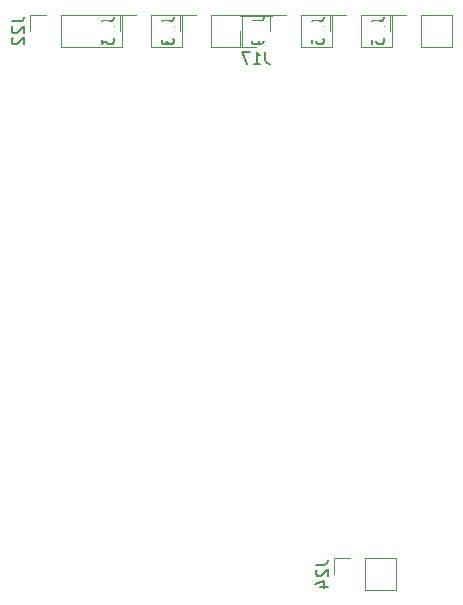
<source format=gbo>
G04 #@! TF.GenerationSoftware,KiCad,Pcbnew,5.1.10*
G04 #@! TF.CreationDate,2021-05-19T15:42:40-05:00*
G04 #@! TF.ProjectId,Power Board,506f7765-7220-4426-9f61-72642e6b6963,rev?*
G04 #@! TF.SameCoordinates,Original*
G04 #@! TF.FileFunction,Legend,Bot*
G04 #@! TF.FilePolarity,Positive*
%FSLAX46Y46*%
G04 Gerber Fmt 4.6, Leading zero omitted, Abs format (unit mm)*
G04 Created by KiCad (PCBNEW 5.1.10) date 2021-05-19 15:42:40*
%MOMM*%
%LPD*%
G01*
G04 APERTURE LIST*
%ADD10C,0.120000*%
%ADD11C,0.150000*%
%ADD12O,4.000000X3.200000*%
%ADD13O,5.000000X3.200000*%
%ADD14O,1.700000X1.700000*%
%ADD15R,1.700000X1.700000*%
G04 APERTURE END LIST*
D10*
X49170000Y-124670000D02*
X49170000Y-126000000D01*
X50500000Y-124670000D02*
X49170000Y-124670000D01*
X51770000Y-124670000D02*
X51770000Y-127330000D01*
X51770000Y-127330000D02*
X56910000Y-127330000D01*
X51770000Y-124670000D02*
X56910000Y-124670000D01*
X56910000Y-124670000D02*
X56910000Y-127330000D01*
X61870000Y-124670000D02*
X61870000Y-126000000D01*
X63200000Y-124670000D02*
X61870000Y-124670000D01*
X64470000Y-124670000D02*
X64470000Y-127330000D01*
X64470000Y-127330000D02*
X67070000Y-127330000D01*
X64470000Y-124670000D02*
X67070000Y-124670000D01*
X67070000Y-124670000D02*
X67070000Y-127330000D01*
X69490000Y-124670000D02*
X69490000Y-126000000D01*
X70820000Y-124670000D02*
X69490000Y-124670000D01*
X72090000Y-124670000D02*
X72090000Y-127330000D01*
X72090000Y-127330000D02*
X74690000Y-127330000D01*
X72090000Y-124670000D02*
X74690000Y-124670000D01*
X74690000Y-124670000D02*
X74690000Y-127330000D01*
X79650000Y-124670000D02*
X79650000Y-126000000D01*
X80980000Y-124670000D02*
X79650000Y-124670000D01*
X82250000Y-124670000D02*
X82250000Y-127330000D01*
X82250000Y-127330000D02*
X84850000Y-127330000D01*
X82250000Y-124670000D02*
X84850000Y-124670000D01*
X84850000Y-124670000D02*
X84850000Y-127330000D01*
X74570000Y-124670000D02*
X74570000Y-126000000D01*
X75900000Y-124670000D02*
X74570000Y-124670000D01*
X77170000Y-124670000D02*
X77170000Y-127330000D01*
X77170000Y-127330000D02*
X79770000Y-127330000D01*
X77170000Y-124670000D02*
X79770000Y-124670000D01*
X79770000Y-124670000D02*
X79770000Y-127330000D01*
X66950000Y-127330000D02*
X68280000Y-127330000D01*
X66950000Y-126000000D02*
X66950000Y-127330000D01*
X66950000Y-124730000D02*
X69610000Y-124730000D01*
X69610000Y-124730000D02*
X69610000Y-124670000D01*
X66950000Y-124730000D02*
X66950000Y-124670000D01*
X66950000Y-124670000D02*
X69610000Y-124670000D01*
X56790000Y-124670000D02*
X56790000Y-126000000D01*
X58120000Y-124670000D02*
X56790000Y-124670000D01*
X59390000Y-124670000D02*
X59390000Y-127330000D01*
X59390000Y-127330000D02*
X61990000Y-127330000D01*
X59390000Y-124670000D02*
X61990000Y-124670000D01*
X61990000Y-124670000D02*
X61990000Y-127330000D01*
X74920000Y-170670000D02*
X74920000Y-172000000D01*
X76250000Y-170670000D02*
X74920000Y-170670000D01*
X77520000Y-170670000D02*
X77520000Y-173330000D01*
X77520000Y-173330000D02*
X80120000Y-173330000D01*
X77520000Y-170670000D02*
X80120000Y-170670000D01*
X80120000Y-170670000D02*
X80120000Y-173330000D01*
D11*
X47622380Y-125190476D02*
X48336666Y-125190476D01*
X48479523Y-125142857D01*
X48574761Y-125047619D01*
X48622380Y-124904761D01*
X48622380Y-124809523D01*
X47717619Y-125619047D02*
X47670000Y-125666666D01*
X47622380Y-125761904D01*
X47622380Y-126000000D01*
X47670000Y-126095238D01*
X47717619Y-126142857D01*
X47812857Y-126190476D01*
X47908095Y-126190476D01*
X48050952Y-126142857D01*
X48622380Y-125571428D01*
X48622380Y-126190476D01*
X47717619Y-126571428D02*
X47670000Y-126619047D01*
X47622380Y-126714285D01*
X47622380Y-126952380D01*
X47670000Y-127047619D01*
X47717619Y-127095238D01*
X47812857Y-127142857D01*
X47908095Y-127142857D01*
X48050952Y-127095238D01*
X48622380Y-126523809D01*
X48622380Y-127142857D01*
X60322380Y-125190476D02*
X61036666Y-125190476D01*
X61179523Y-125142857D01*
X61274761Y-125047619D01*
X61322380Y-124904761D01*
X61322380Y-124809523D01*
X61322380Y-126190476D02*
X61322380Y-125619047D01*
X61322380Y-125904761D02*
X60322380Y-125904761D01*
X60465238Y-125809523D01*
X60560476Y-125714285D01*
X60608095Y-125619047D01*
X60750952Y-126761904D02*
X60703333Y-126666666D01*
X60655714Y-126619047D01*
X60560476Y-126571428D01*
X60512857Y-126571428D01*
X60417619Y-126619047D01*
X60370000Y-126666666D01*
X60322380Y-126761904D01*
X60322380Y-126952380D01*
X60370000Y-127047619D01*
X60417619Y-127095238D01*
X60512857Y-127142857D01*
X60560476Y-127142857D01*
X60655714Y-127095238D01*
X60703333Y-127047619D01*
X60750952Y-126952380D01*
X60750952Y-126761904D01*
X60798571Y-126666666D01*
X60846190Y-126619047D01*
X60941428Y-126571428D01*
X61131904Y-126571428D01*
X61227142Y-126619047D01*
X61274761Y-126666666D01*
X61322380Y-126761904D01*
X61322380Y-126952380D01*
X61274761Y-127047619D01*
X61227142Y-127095238D01*
X61131904Y-127142857D01*
X60941428Y-127142857D01*
X60846190Y-127095238D01*
X60798571Y-127047619D01*
X60750952Y-126952380D01*
X67942380Y-125190476D02*
X68656666Y-125190476D01*
X68799523Y-125142857D01*
X68894761Y-125047619D01*
X68942380Y-124904761D01*
X68942380Y-124809523D01*
X68942380Y-126190476D02*
X68942380Y-125619047D01*
X68942380Y-125904761D02*
X67942380Y-125904761D01*
X68085238Y-125809523D01*
X68180476Y-125714285D01*
X68228095Y-125619047D01*
X68942380Y-126666666D02*
X68942380Y-126857142D01*
X68894761Y-126952380D01*
X68847142Y-127000000D01*
X68704285Y-127095238D01*
X68513809Y-127142857D01*
X68132857Y-127142857D01*
X68037619Y-127095238D01*
X67990000Y-127047619D01*
X67942380Y-126952380D01*
X67942380Y-126761904D01*
X67990000Y-126666666D01*
X68037619Y-126619047D01*
X68132857Y-126571428D01*
X68370952Y-126571428D01*
X68466190Y-126619047D01*
X68513809Y-126666666D01*
X68561428Y-126761904D01*
X68561428Y-126952380D01*
X68513809Y-127047619D01*
X68466190Y-127095238D01*
X68370952Y-127142857D01*
X78102380Y-125190476D02*
X78816666Y-125190476D01*
X78959523Y-125142857D01*
X79054761Y-125047619D01*
X79102380Y-124904761D01*
X79102380Y-124809523D01*
X78197619Y-125619047D02*
X78150000Y-125666666D01*
X78102380Y-125761904D01*
X78102380Y-126000000D01*
X78150000Y-126095238D01*
X78197619Y-126142857D01*
X78292857Y-126190476D01*
X78388095Y-126190476D01*
X78530952Y-126142857D01*
X79102380Y-125571428D01*
X79102380Y-126190476D01*
X78102380Y-127095238D02*
X78102380Y-126619047D01*
X78578571Y-126571428D01*
X78530952Y-126619047D01*
X78483333Y-126714285D01*
X78483333Y-126952380D01*
X78530952Y-127047619D01*
X78578571Y-127095238D01*
X78673809Y-127142857D01*
X78911904Y-127142857D01*
X79007142Y-127095238D01*
X79054761Y-127047619D01*
X79102380Y-126952380D01*
X79102380Y-126714285D01*
X79054761Y-126619047D01*
X79007142Y-126571428D01*
X73022380Y-125190476D02*
X73736666Y-125190476D01*
X73879523Y-125142857D01*
X73974761Y-125047619D01*
X74022380Y-124904761D01*
X74022380Y-124809523D01*
X74022380Y-126190476D02*
X74022380Y-125619047D01*
X74022380Y-125904761D02*
X73022380Y-125904761D01*
X73165238Y-125809523D01*
X73260476Y-125714285D01*
X73308095Y-125619047D01*
X73022380Y-127047619D02*
X73022380Y-126857142D01*
X73070000Y-126761904D01*
X73117619Y-126714285D01*
X73260476Y-126619047D01*
X73450952Y-126571428D01*
X73831904Y-126571428D01*
X73927142Y-126619047D01*
X73974761Y-126666666D01*
X74022380Y-126761904D01*
X74022380Y-126952380D01*
X73974761Y-127047619D01*
X73927142Y-127095238D01*
X73831904Y-127142857D01*
X73593809Y-127142857D01*
X73498571Y-127095238D01*
X73450952Y-127047619D01*
X73403333Y-126952380D01*
X73403333Y-126761904D01*
X73450952Y-126666666D01*
X73498571Y-126619047D01*
X73593809Y-126571428D01*
X69089523Y-127782380D02*
X69089523Y-128496666D01*
X69137142Y-128639523D01*
X69232380Y-128734761D01*
X69375238Y-128782380D01*
X69470476Y-128782380D01*
X68089523Y-128782380D02*
X68660952Y-128782380D01*
X68375238Y-128782380D02*
X68375238Y-127782380D01*
X68470476Y-127925238D01*
X68565714Y-128020476D01*
X68660952Y-128068095D01*
X67756190Y-127782380D02*
X67089523Y-127782380D01*
X67518095Y-128782380D01*
X55242380Y-125190476D02*
X55956666Y-125190476D01*
X56099523Y-125142857D01*
X56194761Y-125047619D01*
X56242380Y-124904761D01*
X56242380Y-124809523D01*
X56242380Y-126190476D02*
X56242380Y-125619047D01*
X56242380Y-125904761D02*
X55242380Y-125904761D01*
X55385238Y-125809523D01*
X55480476Y-125714285D01*
X55528095Y-125619047D01*
X55242380Y-126523809D02*
X55242380Y-127142857D01*
X55623333Y-126809523D01*
X55623333Y-126952380D01*
X55670952Y-127047619D01*
X55718571Y-127095238D01*
X55813809Y-127142857D01*
X56051904Y-127142857D01*
X56147142Y-127095238D01*
X56194761Y-127047619D01*
X56242380Y-126952380D01*
X56242380Y-126666666D01*
X56194761Y-126571428D01*
X56147142Y-126523809D01*
X73372380Y-171190476D02*
X74086666Y-171190476D01*
X74229523Y-171142857D01*
X74324761Y-171047619D01*
X74372380Y-170904761D01*
X74372380Y-170809523D01*
X73467619Y-171619047D02*
X73420000Y-171666666D01*
X73372380Y-171761904D01*
X73372380Y-172000000D01*
X73420000Y-172095238D01*
X73467619Y-172142857D01*
X73562857Y-172190476D01*
X73658095Y-172190476D01*
X73800952Y-172142857D01*
X74372380Y-171571428D01*
X74372380Y-172190476D01*
X73705714Y-173047619D02*
X74372380Y-173047619D01*
X73324761Y-172809523D02*
X74039047Y-172571428D01*
X74039047Y-173190476D01*
%LPC*%
D12*
X45250000Y-136050000D03*
X45250000Y-140500000D03*
X45250000Y-144950000D03*
X49750000Y-140500000D03*
X49750000Y-144950000D03*
X49750000Y-136050000D03*
X69750000Y-144950000D03*
X69750000Y-140500000D03*
X69750000Y-136050000D03*
X65250000Y-140500000D03*
X65250000Y-136050000D03*
X65250000Y-144950000D03*
D13*
X67500000Y-169950000D03*
X67500000Y-165500000D03*
X67500000Y-161050000D03*
X47500000Y-169950000D03*
X47500000Y-165500000D03*
X47500000Y-161050000D03*
D14*
X55580000Y-126000000D03*
X53040000Y-126000000D03*
D15*
X50500000Y-126000000D03*
D14*
X65740000Y-126000000D03*
D15*
X63200000Y-126000000D03*
D14*
X73360000Y-126000000D03*
D15*
X70820000Y-126000000D03*
D13*
X87500000Y-169950000D03*
X87500000Y-165500000D03*
X87500000Y-161050000D03*
D12*
X89750000Y-144950000D03*
X89750000Y-140500000D03*
X89750000Y-136050000D03*
X85250000Y-140500000D03*
X85250000Y-136050000D03*
X85250000Y-144950000D03*
D14*
X83520000Y-126000000D03*
D15*
X80980000Y-126000000D03*
D14*
X78440000Y-126000000D03*
D15*
X75900000Y-126000000D03*
X68280000Y-126000000D03*
D14*
X60660000Y-126000000D03*
D15*
X58120000Y-126000000D03*
D14*
X78790000Y-172000000D03*
D15*
X76250000Y-172000000D03*
M02*

</source>
